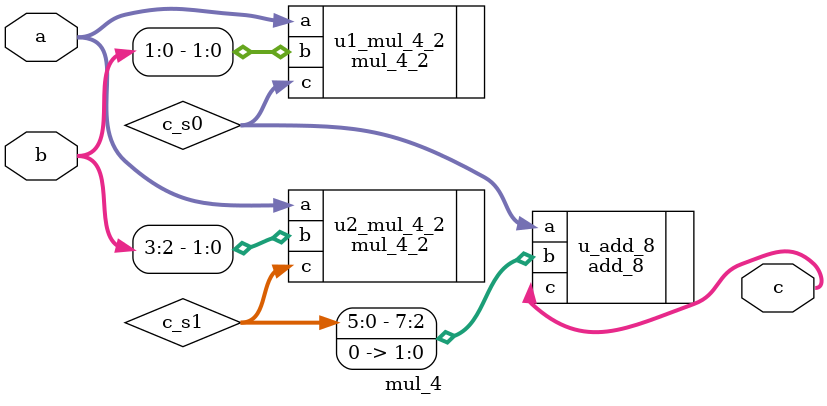
<source format=v>
`timescale 1ns / 1ps


module mul_4(
        input [3:0]a,
        input [3:0]b,
        output [7:0]c);

    wire [7:0]c_s0;
    wire [7:0]c_s1;

    mul_4_2 u1_mul_4_2(
                .a (a[3:0]),
                .b (b[1:0]),
                .c (c_s0[7:0])
            );

    mul_4_2 u2_mul_4_2(
                .a (a[3:0]),
                .b (b[3:2]),
                .c (c_s1[7:0])
            );

    add_8 u_add_8(
              .a (c_s0),
              .b ({c_s1[5:0],2'b0}),
              .c (c)
          );

endmodule

</source>
